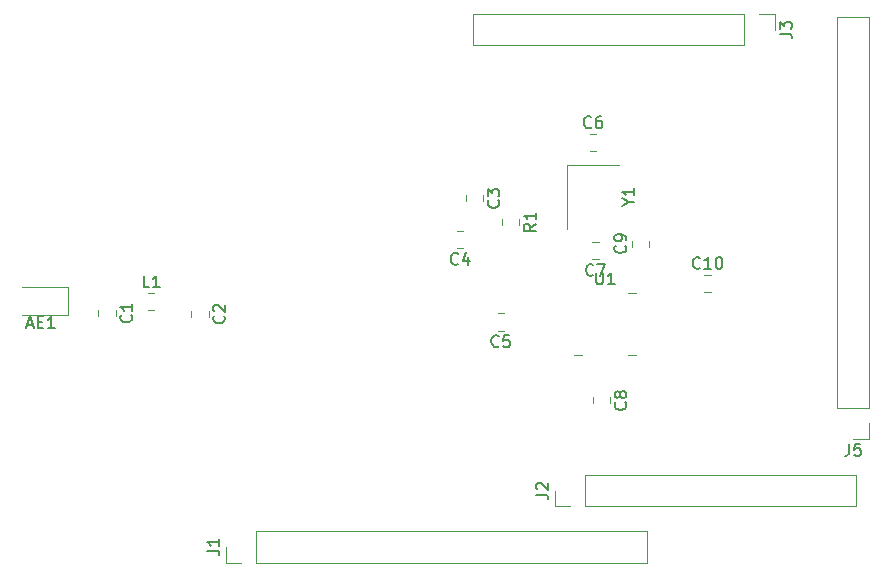
<source format=gbr>
%TF.GenerationSoftware,KiCad,Pcbnew,(5.1.10)-1*%
%TF.CreationDate,2022-01-27T03:50:03-08:00*%
%TF.ProjectId,schematic,73636865-6d61-4746-9963-2e6b69636164,rev?*%
%TF.SameCoordinates,Original*%
%TF.FileFunction,Legend,Top*%
%TF.FilePolarity,Positive*%
%FSLAX46Y46*%
G04 Gerber Fmt 4.6, Leading zero omitted, Abs format (unit mm)*
G04 Created by KiCad (PCBNEW (5.1.10)-1) date 2022-01-27 03:50:03*
%MOMM*%
%LPD*%
G01*
G04 APERTURE LIST*
%ADD10C,0.120000*%
%ADD11C,0.150000*%
G04 APERTURE END LIST*
D10*
%TO.C,C4*%
X159032752Y-85320200D02*
X158510248Y-85320200D01*
X159032752Y-86790200D02*
X158510248Y-86790200D01*
%TO.C,C5*%
X162461752Y-92305200D02*
X161939248Y-92305200D01*
X162461752Y-93775200D02*
X161939248Y-93775200D01*
%TO.C,J5*%
X193366700Y-67237300D02*
X190706700Y-67237300D01*
X193366700Y-100317300D02*
X193366700Y-67237300D01*
X190706700Y-100317300D02*
X190706700Y-67237300D01*
X193366700Y-100317300D02*
X190706700Y-100317300D01*
X193366700Y-101587300D02*
X193366700Y-102917300D01*
X193366700Y-102917300D02*
X192036700Y-102917300D01*
%TO.C,J3*%
X159871100Y-66957900D02*
X159871100Y-69617900D01*
X182791100Y-66957900D02*
X159871100Y-66957900D01*
X182791100Y-69617900D02*
X159871100Y-69617900D01*
X182791100Y-66957900D02*
X182791100Y-69617900D01*
X184061100Y-66957900D02*
X185391100Y-66957900D01*
X185391100Y-66957900D02*
X185391100Y-68287900D01*
%TO.C,J2*%
X192287200Y-108645000D02*
X192287200Y-105985000D01*
X169367200Y-108645000D02*
X192287200Y-108645000D01*
X169367200Y-105985000D02*
X192287200Y-105985000D01*
X169367200Y-108645000D02*
X169367200Y-105985000D01*
X168097200Y-108645000D02*
X166767200Y-108645000D01*
X166767200Y-108645000D02*
X166767200Y-107315000D01*
%TO.C,J1*%
X174596100Y-113407500D02*
X174596100Y-110747500D01*
X141516100Y-113407500D02*
X174596100Y-113407500D01*
X141516100Y-110747500D02*
X174596100Y-110747500D01*
X141516100Y-113407500D02*
X141516100Y-110747500D01*
X140246100Y-113407500D02*
X138916100Y-113407500D01*
X138916100Y-113407500D02*
X138916100Y-112077500D01*
%TO.C,Y1*%
X167848100Y-79737900D02*
X167848100Y-85137900D01*
X172248100Y-79737900D02*
X167848100Y-79737900D01*
%TO.C,U1*%
X172965900Y-95815300D02*
X173640900Y-95815300D01*
X169095900Y-95815300D02*
X168420900Y-95815300D01*
X172965900Y-90595300D02*
X173640900Y-90595300D01*
%TO.C,R1*%
X162320300Y-84338936D02*
X162320300Y-84793064D01*
X163790300Y-84338936D02*
X163790300Y-84793064D01*
%TO.C,L1*%
X132361148Y-92023000D02*
X132883652Y-92023000D01*
X132361148Y-90603000D02*
X132883652Y-90603000D01*
%TO.C,C10*%
X179447648Y-90511300D02*
X179970152Y-90511300D01*
X179447648Y-89041300D02*
X179970152Y-89041300D01*
%TO.C,C9*%
X174788500Y-86668152D02*
X174788500Y-86145648D01*
X173318500Y-86668152D02*
X173318500Y-86145648D01*
%TO.C,C8*%
X169978400Y-99417148D02*
X169978400Y-99939652D01*
X171448400Y-99417148D02*
X171448400Y-99939652D01*
%TO.C,C7*%
X170483252Y-86260000D02*
X169960748Y-86260000D01*
X170483252Y-87730000D02*
X169960748Y-87730000D01*
%TO.C,C6*%
X169762448Y-78586000D02*
X170284952Y-78586000D01*
X169762448Y-77116000D02*
X170284952Y-77116000D01*
%TO.C,C3*%
X159221500Y-82305348D02*
X159221500Y-82827852D01*
X160691500Y-82305348D02*
X160691500Y-82827852D01*
%TO.C,C2*%
X135993200Y-92089248D02*
X135993200Y-92611752D01*
X137463200Y-92089248D02*
X137463200Y-92611752D01*
%TO.C,C1*%
X128131900Y-92025748D02*
X128131900Y-92548252D01*
X129601900Y-92025748D02*
X129601900Y-92548252D01*
%TO.C,AE1*%
X125574000Y-90089500D02*
X121664000Y-90089500D01*
X125574000Y-92409500D02*
X125574000Y-90089500D01*
X121664000Y-92409500D02*
X125574000Y-92409500D01*
%TO.C,C4*%
D11*
X158604833Y-88092342D02*
X158557214Y-88139961D01*
X158414357Y-88187580D01*
X158319119Y-88187580D01*
X158176261Y-88139961D01*
X158081023Y-88044723D01*
X158033404Y-87949485D01*
X157985785Y-87759009D01*
X157985785Y-87616152D01*
X158033404Y-87425676D01*
X158081023Y-87330438D01*
X158176261Y-87235200D01*
X158319119Y-87187580D01*
X158414357Y-87187580D01*
X158557214Y-87235200D01*
X158604833Y-87282819D01*
X159461976Y-87520914D02*
X159461976Y-88187580D01*
X159223880Y-87139961D02*
X158985785Y-87854247D01*
X159604833Y-87854247D01*
%TO.C,C5*%
X162033833Y-95077342D02*
X161986214Y-95124961D01*
X161843357Y-95172580D01*
X161748119Y-95172580D01*
X161605261Y-95124961D01*
X161510023Y-95029723D01*
X161462404Y-94934485D01*
X161414785Y-94744009D01*
X161414785Y-94601152D01*
X161462404Y-94410676D01*
X161510023Y-94315438D01*
X161605261Y-94220200D01*
X161748119Y-94172580D01*
X161843357Y-94172580D01*
X161986214Y-94220200D01*
X162033833Y-94267819D01*
X162938595Y-94172580D02*
X162462404Y-94172580D01*
X162414785Y-94648771D01*
X162462404Y-94601152D01*
X162557642Y-94553533D01*
X162795738Y-94553533D01*
X162890976Y-94601152D01*
X162938595Y-94648771D01*
X162986214Y-94744009D01*
X162986214Y-94982104D01*
X162938595Y-95077342D01*
X162890976Y-95124961D01*
X162795738Y-95172580D01*
X162557642Y-95172580D01*
X162462404Y-95124961D01*
X162414785Y-95077342D01*
%TO.C,J5*%
X191703366Y-103369680D02*
X191703366Y-104083966D01*
X191655747Y-104226823D01*
X191560509Y-104322061D01*
X191417652Y-104369680D01*
X191322414Y-104369680D01*
X192655747Y-103369680D02*
X192179557Y-103369680D01*
X192131938Y-103845871D01*
X192179557Y-103798252D01*
X192274795Y-103750633D01*
X192512890Y-103750633D01*
X192608128Y-103798252D01*
X192655747Y-103845871D01*
X192703366Y-103941109D01*
X192703366Y-104179204D01*
X192655747Y-104274442D01*
X192608128Y-104322061D01*
X192512890Y-104369680D01*
X192274795Y-104369680D01*
X192179557Y-104322061D01*
X192131938Y-104274442D01*
%TO.C,J3*%
X185843480Y-68621233D02*
X186557766Y-68621233D01*
X186700623Y-68668852D01*
X186795861Y-68764090D01*
X186843480Y-68906947D01*
X186843480Y-69002185D01*
X185843480Y-68240280D02*
X185843480Y-67621233D01*
X186224433Y-67954566D01*
X186224433Y-67811709D01*
X186272052Y-67716471D01*
X186319671Y-67668852D01*
X186414909Y-67621233D01*
X186653004Y-67621233D01*
X186748242Y-67668852D01*
X186795861Y-67716471D01*
X186843480Y-67811709D01*
X186843480Y-68097423D01*
X186795861Y-68192661D01*
X186748242Y-68240280D01*
%TO.C,J2*%
X165219580Y-107648333D02*
X165933866Y-107648333D01*
X166076723Y-107695952D01*
X166171961Y-107791190D01*
X166219580Y-107934047D01*
X166219580Y-108029285D01*
X165314819Y-107219761D02*
X165267200Y-107172142D01*
X165219580Y-107076904D01*
X165219580Y-106838809D01*
X165267200Y-106743571D01*
X165314819Y-106695952D01*
X165410057Y-106648333D01*
X165505295Y-106648333D01*
X165648152Y-106695952D01*
X166219580Y-107267380D01*
X166219580Y-106648333D01*
%TO.C,J1*%
X137368480Y-112410833D02*
X138082766Y-112410833D01*
X138225623Y-112458452D01*
X138320861Y-112553690D01*
X138368480Y-112696547D01*
X138368480Y-112791785D01*
X138368480Y-111410833D02*
X138368480Y-111982261D01*
X138368480Y-111696547D02*
X137368480Y-111696547D01*
X137511338Y-111791785D01*
X137606576Y-111887023D01*
X137654195Y-111982261D01*
%TO.C,Y1*%
X173024290Y-82914090D02*
X173500480Y-82914090D01*
X172500480Y-83247423D02*
X173024290Y-82914090D01*
X172500480Y-82580757D01*
X173500480Y-81723614D02*
X173500480Y-82295042D01*
X173500480Y-82009328D02*
X172500480Y-82009328D01*
X172643338Y-82104566D01*
X172738576Y-82199804D01*
X172786195Y-82295042D01*
%TO.C,U1*%
X170268995Y-88857680D02*
X170268995Y-89667204D01*
X170316614Y-89762442D01*
X170364233Y-89810061D01*
X170459471Y-89857680D01*
X170649947Y-89857680D01*
X170745185Y-89810061D01*
X170792804Y-89762442D01*
X170840423Y-89667204D01*
X170840423Y-88857680D01*
X171840423Y-89857680D02*
X171268995Y-89857680D01*
X171554709Y-89857680D02*
X171554709Y-88857680D01*
X171459471Y-89000538D01*
X171364233Y-89095776D01*
X171268995Y-89143395D01*
%TO.C,R1*%
X165157680Y-84732666D02*
X164681490Y-85066000D01*
X165157680Y-85304095D02*
X164157680Y-85304095D01*
X164157680Y-84923142D01*
X164205300Y-84827904D01*
X164252919Y-84780285D01*
X164348157Y-84732666D01*
X164491014Y-84732666D01*
X164586252Y-84780285D01*
X164633871Y-84827904D01*
X164681490Y-84923142D01*
X164681490Y-85304095D01*
X165157680Y-83780285D02*
X165157680Y-84351714D01*
X165157680Y-84066000D02*
X164157680Y-84066000D01*
X164300538Y-84161238D01*
X164395776Y-84256476D01*
X164443395Y-84351714D01*
%TO.C,L1*%
X132455733Y-90115380D02*
X131979542Y-90115380D01*
X131979542Y-89115380D01*
X133312876Y-90115380D02*
X132741447Y-90115380D01*
X133027161Y-90115380D02*
X133027161Y-89115380D01*
X132931923Y-89258238D01*
X132836685Y-89353476D01*
X132741447Y-89401095D01*
%TO.C,C10*%
X179066042Y-88453442D02*
X179018423Y-88501061D01*
X178875566Y-88548680D01*
X178780328Y-88548680D01*
X178637471Y-88501061D01*
X178542233Y-88405823D01*
X178494614Y-88310585D01*
X178446995Y-88120109D01*
X178446995Y-87977252D01*
X178494614Y-87786776D01*
X178542233Y-87691538D01*
X178637471Y-87596300D01*
X178780328Y-87548680D01*
X178875566Y-87548680D01*
X179018423Y-87596300D01*
X179066042Y-87643919D01*
X180018423Y-88548680D02*
X179446995Y-88548680D01*
X179732709Y-88548680D02*
X179732709Y-87548680D01*
X179637471Y-87691538D01*
X179542233Y-87786776D01*
X179446995Y-87834395D01*
X180637471Y-87548680D02*
X180732709Y-87548680D01*
X180827947Y-87596300D01*
X180875566Y-87643919D01*
X180923185Y-87739157D01*
X180970804Y-87929633D01*
X180970804Y-88167728D01*
X180923185Y-88358204D01*
X180875566Y-88453442D01*
X180827947Y-88501061D01*
X180732709Y-88548680D01*
X180637471Y-88548680D01*
X180542233Y-88501061D01*
X180494614Y-88453442D01*
X180446995Y-88358204D01*
X180399376Y-88167728D01*
X180399376Y-87929633D01*
X180446995Y-87739157D01*
X180494614Y-87643919D01*
X180542233Y-87596300D01*
X180637471Y-87548680D01*
%TO.C,C9*%
X172730642Y-86573566D02*
X172778261Y-86621185D01*
X172825880Y-86764042D01*
X172825880Y-86859280D01*
X172778261Y-87002138D01*
X172683023Y-87097376D01*
X172587785Y-87144995D01*
X172397309Y-87192614D01*
X172254452Y-87192614D01*
X172063976Y-87144995D01*
X171968738Y-87097376D01*
X171873500Y-87002138D01*
X171825880Y-86859280D01*
X171825880Y-86764042D01*
X171873500Y-86621185D01*
X171921119Y-86573566D01*
X172825880Y-86097376D02*
X172825880Y-85906900D01*
X172778261Y-85811661D01*
X172730642Y-85764042D01*
X172587785Y-85668804D01*
X172397309Y-85621185D01*
X172016357Y-85621185D01*
X171921119Y-85668804D01*
X171873500Y-85716423D01*
X171825880Y-85811661D01*
X171825880Y-86002138D01*
X171873500Y-86097376D01*
X171921119Y-86144995D01*
X172016357Y-86192614D01*
X172254452Y-86192614D01*
X172349690Y-86144995D01*
X172397309Y-86097376D01*
X172444928Y-86002138D01*
X172444928Y-85811661D01*
X172397309Y-85716423D01*
X172349690Y-85668804D01*
X172254452Y-85621185D01*
%TO.C,C8*%
X172750542Y-99845066D02*
X172798161Y-99892685D01*
X172845780Y-100035542D01*
X172845780Y-100130780D01*
X172798161Y-100273638D01*
X172702923Y-100368876D01*
X172607685Y-100416495D01*
X172417209Y-100464114D01*
X172274352Y-100464114D01*
X172083876Y-100416495D01*
X171988638Y-100368876D01*
X171893400Y-100273638D01*
X171845780Y-100130780D01*
X171845780Y-100035542D01*
X171893400Y-99892685D01*
X171941019Y-99845066D01*
X172274352Y-99273638D02*
X172226733Y-99368876D01*
X172179114Y-99416495D01*
X172083876Y-99464114D01*
X172036257Y-99464114D01*
X171941019Y-99416495D01*
X171893400Y-99368876D01*
X171845780Y-99273638D01*
X171845780Y-99083161D01*
X171893400Y-98987923D01*
X171941019Y-98940304D01*
X172036257Y-98892685D01*
X172083876Y-98892685D01*
X172179114Y-98940304D01*
X172226733Y-98987923D01*
X172274352Y-99083161D01*
X172274352Y-99273638D01*
X172321971Y-99368876D01*
X172369590Y-99416495D01*
X172464828Y-99464114D01*
X172655304Y-99464114D01*
X172750542Y-99416495D01*
X172798161Y-99368876D01*
X172845780Y-99273638D01*
X172845780Y-99083161D01*
X172798161Y-98987923D01*
X172750542Y-98940304D01*
X172655304Y-98892685D01*
X172464828Y-98892685D01*
X172369590Y-98940304D01*
X172321971Y-98987923D01*
X172274352Y-99083161D01*
%TO.C,C7*%
X170055333Y-89032142D02*
X170007714Y-89079761D01*
X169864857Y-89127380D01*
X169769619Y-89127380D01*
X169626761Y-89079761D01*
X169531523Y-88984523D01*
X169483904Y-88889285D01*
X169436285Y-88698809D01*
X169436285Y-88555952D01*
X169483904Y-88365476D01*
X169531523Y-88270238D01*
X169626761Y-88175000D01*
X169769619Y-88127380D01*
X169864857Y-88127380D01*
X170007714Y-88175000D01*
X170055333Y-88222619D01*
X170388666Y-88127380D02*
X171055333Y-88127380D01*
X170626761Y-89127380D01*
%TO.C,C6*%
X169857033Y-76528142D02*
X169809414Y-76575761D01*
X169666557Y-76623380D01*
X169571319Y-76623380D01*
X169428461Y-76575761D01*
X169333223Y-76480523D01*
X169285604Y-76385285D01*
X169237985Y-76194809D01*
X169237985Y-76051952D01*
X169285604Y-75861476D01*
X169333223Y-75766238D01*
X169428461Y-75671000D01*
X169571319Y-75623380D01*
X169666557Y-75623380D01*
X169809414Y-75671000D01*
X169857033Y-75718619D01*
X170714176Y-75623380D02*
X170523700Y-75623380D01*
X170428461Y-75671000D01*
X170380842Y-75718619D01*
X170285604Y-75861476D01*
X170237985Y-76051952D01*
X170237985Y-76432904D01*
X170285604Y-76528142D01*
X170333223Y-76575761D01*
X170428461Y-76623380D01*
X170618938Y-76623380D01*
X170714176Y-76575761D01*
X170761795Y-76528142D01*
X170809414Y-76432904D01*
X170809414Y-76194809D01*
X170761795Y-76099571D01*
X170714176Y-76051952D01*
X170618938Y-76004333D01*
X170428461Y-76004333D01*
X170333223Y-76051952D01*
X170285604Y-76099571D01*
X170237985Y-76194809D01*
%TO.C,C3*%
X161993642Y-82733266D02*
X162041261Y-82780885D01*
X162088880Y-82923742D01*
X162088880Y-83018980D01*
X162041261Y-83161838D01*
X161946023Y-83257076D01*
X161850785Y-83304695D01*
X161660309Y-83352314D01*
X161517452Y-83352314D01*
X161326976Y-83304695D01*
X161231738Y-83257076D01*
X161136500Y-83161838D01*
X161088880Y-83018980D01*
X161088880Y-82923742D01*
X161136500Y-82780885D01*
X161184119Y-82733266D01*
X161088880Y-82399933D02*
X161088880Y-81780885D01*
X161469833Y-82114219D01*
X161469833Y-81971361D01*
X161517452Y-81876123D01*
X161565071Y-81828504D01*
X161660309Y-81780885D01*
X161898404Y-81780885D01*
X161993642Y-81828504D01*
X162041261Y-81876123D01*
X162088880Y-81971361D01*
X162088880Y-82257076D01*
X162041261Y-82352314D01*
X161993642Y-82399933D01*
%TO.C,C2*%
X138765342Y-92517166D02*
X138812961Y-92564785D01*
X138860580Y-92707642D01*
X138860580Y-92802880D01*
X138812961Y-92945738D01*
X138717723Y-93040976D01*
X138622485Y-93088595D01*
X138432009Y-93136214D01*
X138289152Y-93136214D01*
X138098676Y-93088595D01*
X138003438Y-93040976D01*
X137908200Y-92945738D01*
X137860580Y-92802880D01*
X137860580Y-92707642D01*
X137908200Y-92564785D01*
X137955819Y-92517166D01*
X137955819Y-92136214D02*
X137908200Y-92088595D01*
X137860580Y-91993357D01*
X137860580Y-91755261D01*
X137908200Y-91660023D01*
X137955819Y-91612404D01*
X138051057Y-91564785D01*
X138146295Y-91564785D01*
X138289152Y-91612404D01*
X138860580Y-92183833D01*
X138860580Y-91564785D01*
%TO.C,C1*%
X130904042Y-92453666D02*
X130951661Y-92501285D01*
X130999280Y-92644142D01*
X130999280Y-92739380D01*
X130951661Y-92882238D01*
X130856423Y-92977476D01*
X130761185Y-93025095D01*
X130570709Y-93072714D01*
X130427852Y-93072714D01*
X130237376Y-93025095D01*
X130142138Y-92977476D01*
X130046900Y-92882238D01*
X129999280Y-92739380D01*
X129999280Y-92644142D01*
X130046900Y-92501285D01*
X130094519Y-92453666D01*
X130999280Y-91501285D02*
X130999280Y-92072714D01*
X130999280Y-91787000D02*
X129999280Y-91787000D01*
X130142138Y-91882238D01*
X130237376Y-91977476D01*
X130284995Y-92072714D01*
%TO.C,AE1*%
X122097333Y-93266166D02*
X122573523Y-93266166D01*
X122002095Y-93551880D02*
X122335428Y-92551880D01*
X122668761Y-93551880D01*
X123002095Y-93028071D02*
X123335428Y-93028071D01*
X123478285Y-93551880D02*
X123002095Y-93551880D01*
X123002095Y-92551880D01*
X123478285Y-92551880D01*
X124430666Y-93551880D02*
X123859238Y-93551880D01*
X124144952Y-93551880D02*
X124144952Y-92551880D01*
X124049714Y-92694738D01*
X123954476Y-92789976D01*
X123859238Y-92837595D01*
%TD*%
M02*

</source>
